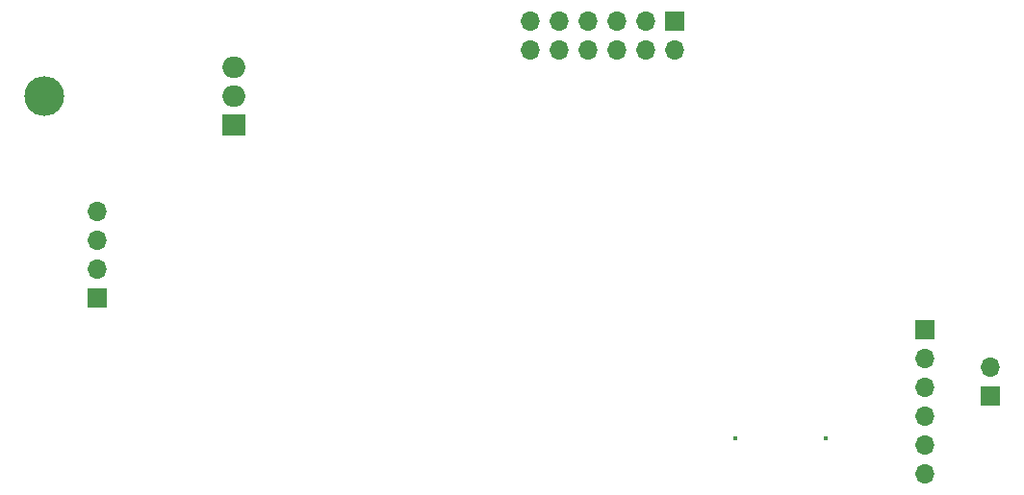
<source format=gbr>
%TF.GenerationSoftware,KiCad,Pcbnew,(5.1.9)-1*%
%TF.CreationDate,2021-03-13T19:54:35-06:00*%
%TF.ProjectId,SLKCAN,534c4b43-414e-42e6-9b69-6361645f7063,rev?*%
%TF.SameCoordinates,Original*%
%TF.FileFunction,Soldermask,Bot*%
%TF.FilePolarity,Negative*%
%FSLAX46Y46*%
G04 Gerber Fmt 4.6, Leading zero omitted, Abs format (unit mm)*
G04 Created by KiCad (PCBNEW (5.1.9)-1) date 2021-03-13 19:54:35*
%MOMM*%
%LPD*%
G01*
G04 APERTURE LIST*
%ADD10O,2.000000X1.905000*%
%ADD11R,2.000000X1.905000*%
%ADD12O,3.500000X3.500000*%
%ADD13O,1.700000X1.700000*%
%ADD14R,1.700000X1.700000*%
%ADD15C,0.450000*%
G04 APERTURE END LIST*
D10*
%TO.C,U2*%
X121920000Y-77470000D03*
X121920000Y-80010000D03*
D11*
X121920000Y-82550000D03*
D12*
X105260000Y-80010000D03*
%TD*%
D13*
%TO.C,JP1*%
X188468000Y-103886000D03*
D14*
X188468000Y-106426000D03*
%TD*%
D13*
%TO.C,J4*%
X148044993Y-75946495D03*
X148044993Y-73406495D03*
X150584993Y-75946495D03*
X150584993Y-73406495D03*
X153124993Y-75946495D03*
X153124993Y-73406495D03*
X155664993Y-75946495D03*
X155664993Y-73406495D03*
X158204993Y-75946495D03*
X158204993Y-73406495D03*
X160744993Y-75946495D03*
D14*
X160744993Y-73406495D03*
%TD*%
D15*
%TO.C,J3*%
X174044689Y-110140283D03*
X166044689Y-110140283D03*
%TD*%
D13*
%TO.C,J2*%
X109883783Y-90152253D03*
X109883783Y-92692253D03*
X109883783Y-95232253D03*
D14*
X109883783Y-97772253D03*
%TD*%
D13*
%TO.C,J1*%
X182724303Y-113269275D03*
X182724303Y-110729275D03*
X182724303Y-108189275D03*
X182724303Y-105649275D03*
X182724303Y-103109275D03*
D14*
X182724303Y-100569275D03*
%TD*%
M02*

</source>
